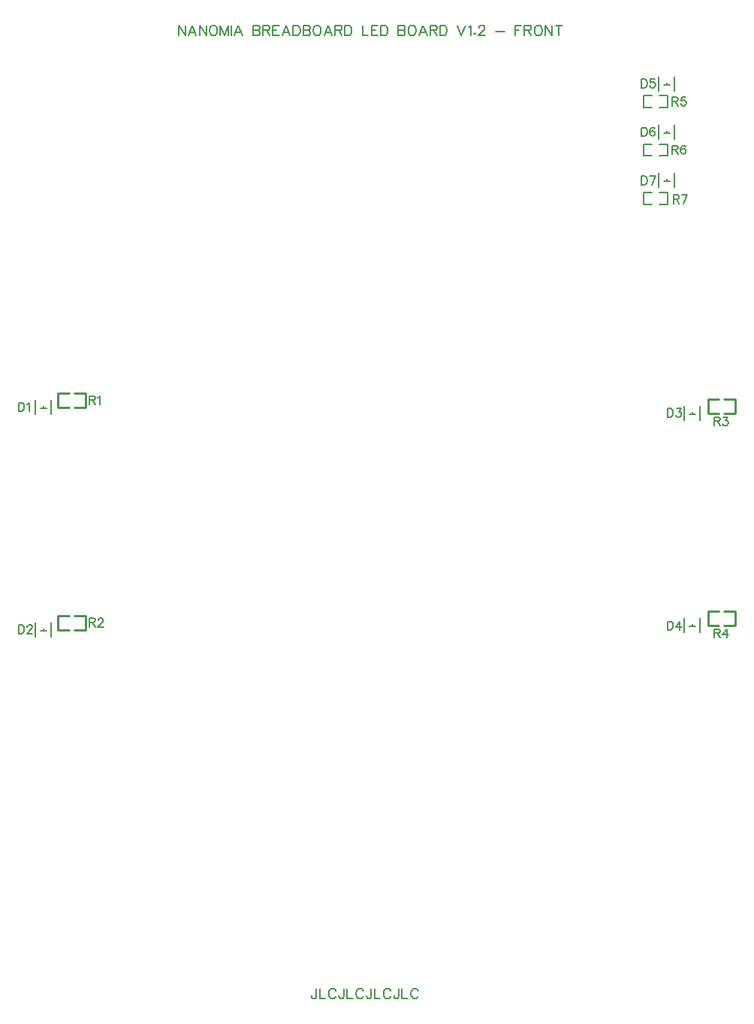
<source format=gto>
G04 Layer: TopSilkscreenLayer*
G04 EasyEDA v6.5.34, 2023-09-22 05:33:05*
G04 483193eee7e04f69b81b85979c1b7fa7,5a6b42c53f6a479593ecc07194224c93,10*
G04 Gerber Generator version 0.2*
G04 Scale: 100 percent, Rotated: No, Reflected: No *
G04 Dimensions in millimeters *
G04 leading zeros omitted , absolute positions ,4 integer and 5 decimal *
%FSLAX45Y45*%
%MOMM*%

%ADD10C,0.2032*%
%ADD11C,0.1524*%
%ADD12C,0.1520*%
%ADD13C,0.2540*%

%LPD*%
D10*
X3991609Y1035557D02*
G01*
X3991609Y948181D01*
X3986022Y931926D01*
X3980688Y926337D01*
X3969765Y921004D01*
X3958843Y921004D01*
X3947922Y926337D01*
X3942334Y931926D01*
X3937000Y948181D01*
X3937000Y959104D01*
X4027424Y1035557D02*
G01*
X4027424Y921004D01*
X4027424Y921004D02*
G01*
X4092956Y921004D01*
X4210811Y1008126D02*
G01*
X4205477Y1019047D01*
X4194556Y1029970D01*
X4183634Y1035557D01*
X4161790Y1035557D01*
X4150868Y1029970D01*
X4139945Y1019047D01*
X4134358Y1008126D01*
X4129024Y991870D01*
X4129024Y964692D01*
X4134358Y948181D01*
X4139945Y937260D01*
X4150868Y926337D01*
X4161790Y921004D01*
X4183634Y921004D01*
X4194556Y926337D01*
X4205477Y937260D01*
X4210811Y948181D01*
X4301236Y1035557D02*
G01*
X4301236Y948181D01*
X4295902Y931926D01*
X4290568Y926337D01*
X4279645Y921004D01*
X4268724Y921004D01*
X4257802Y926337D01*
X4252213Y931926D01*
X4246879Y948181D01*
X4246879Y959104D01*
X4337304Y1035557D02*
G01*
X4337304Y921004D01*
X4337304Y921004D02*
G01*
X4402836Y921004D01*
X4520691Y1008126D02*
G01*
X4515104Y1019047D01*
X4504181Y1029970D01*
X4493259Y1035557D01*
X4471670Y1035557D01*
X4460747Y1029970D01*
X4449825Y1019047D01*
X4444238Y1008126D01*
X4438904Y991870D01*
X4438904Y964692D01*
X4444238Y948181D01*
X4449825Y937260D01*
X4460747Y926337D01*
X4471670Y921004D01*
X4493259Y921004D01*
X4504181Y926337D01*
X4515104Y937260D01*
X4520691Y948181D01*
X4611115Y1035557D02*
G01*
X4611115Y948181D01*
X4605781Y931926D01*
X4600193Y926337D01*
X4589272Y921004D01*
X4578350Y921004D01*
X4567427Y926337D01*
X4562093Y931926D01*
X4556759Y948181D01*
X4556759Y959104D01*
X4647184Y1035557D02*
G01*
X4647184Y921004D01*
X4647184Y921004D02*
G01*
X4712715Y921004D01*
X4830572Y1008126D02*
G01*
X4824984Y1019047D01*
X4814061Y1029970D01*
X4803140Y1035557D01*
X4781295Y1035557D01*
X4770374Y1029970D01*
X4759452Y1019047D01*
X4754118Y1008126D01*
X4748529Y991870D01*
X4748529Y964692D01*
X4754118Y948181D01*
X4759452Y937260D01*
X4770374Y926337D01*
X4781295Y921004D01*
X4803140Y921004D01*
X4814061Y926337D01*
X4824984Y937260D01*
X4830572Y948181D01*
X4920995Y1035557D02*
G01*
X4920995Y948181D01*
X4915661Y931926D01*
X4910074Y926337D01*
X4899152Y921004D01*
X4888229Y921004D01*
X4877308Y926337D01*
X4871974Y931926D01*
X4866386Y948181D01*
X4866386Y959104D01*
X4957063Y1035557D02*
G01*
X4957063Y921004D01*
X4957063Y921004D02*
G01*
X5022341Y921004D01*
X5140197Y1008126D02*
G01*
X5134863Y1019047D01*
X5123941Y1029970D01*
X5113020Y1035557D01*
X5091175Y1035557D01*
X5080254Y1029970D01*
X5069331Y1019047D01*
X5063997Y1008126D01*
X5058409Y991870D01*
X5058409Y964692D01*
X5063997Y948181D01*
X5069331Y937260D01*
X5080254Y926337D01*
X5091175Y921004D01*
X5113020Y921004D01*
X5123941Y926337D01*
X5134863Y937260D01*
X5140197Y948181D01*
X2438400Y11881358D02*
G01*
X2438400Y11766804D01*
X2438400Y11881358D02*
G01*
X2514854Y11766804D01*
X2514854Y11881358D02*
G01*
X2514854Y11766804D01*
X2594356Y11881358D02*
G01*
X2550668Y11766804D01*
X2594356Y11881358D02*
G01*
X2638043Y11766804D01*
X2567177Y11804904D02*
G01*
X2621788Y11804904D01*
X2674111Y11881358D02*
G01*
X2674111Y11766804D01*
X2674111Y11881358D02*
G01*
X2750311Y11766804D01*
X2750311Y11881358D02*
G01*
X2750311Y11766804D01*
X2819145Y11881358D02*
G01*
X2808224Y11875770D01*
X2797302Y11864847D01*
X2791968Y11853926D01*
X2786379Y11837670D01*
X2786379Y11810492D01*
X2791968Y11793981D01*
X2797302Y11783060D01*
X2808224Y11772137D01*
X2819145Y11766804D01*
X2840990Y11766804D01*
X2851911Y11772137D01*
X2862834Y11783060D01*
X2868168Y11793981D01*
X2873756Y11810492D01*
X2873756Y11837670D01*
X2868168Y11853926D01*
X2862834Y11864847D01*
X2851911Y11875770D01*
X2840990Y11881358D01*
X2819145Y11881358D01*
X2909570Y11881358D02*
G01*
X2909570Y11766804D01*
X2909570Y11881358D02*
G01*
X2953258Y11766804D01*
X2996945Y11881358D02*
G01*
X2953258Y11766804D01*
X2996945Y11881358D02*
G01*
X2996945Y11766804D01*
X3033013Y11881358D02*
G01*
X3033013Y11766804D01*
X3112515Y11881358D02*
G01*
X3068827Y11766804D01*
X3112515Y11881358D02*
G01*
X3156204Y11766804D01*
X3085338Y11804904D02*
G01*
X3139947Y11804904D01*
X3276091Y11881358D02*
G01*
X3276091Y11766804D01*
X3276091Y11881358D02*
G01*
X3325368Y11881358D01*
X3341624Y11875770D01*
X3347211Y11870436D01*
X3352545Y11859513D01*
X3352545Y11848592D01*
X3347211Y11837670D01*
X3341624Y11832081D01*
X3325368Y11826747D01*
X3276091Y11826747D02*
G01*
X3325368Y11826747D01*
X3341624Y11821413D01*
X3347211Y11815826D01*
X3352545Y11804904D01*
X3352545Y11788647D01*
X3347211Y11777726D01*
X3341624Y11772137D01*
X3325368Y11766804D01*
X3276091Y11766804D01*
X3388613Y11881358D02*
G01*
X3388613Y11766804D01*
X3388613Y11881358D02*
G01*
X3437636Y11881358D01*
X3454145Y11875770D01*
X3459479Y11870436D01*
X3465068Y11859513D01*
X3465068Y11848592D01*
X3459479Y11837670D01*
X3454145Y11832081D01*
X3437636Y11826747D01*
X3388613Y11826747D01*
X3426713Y11826747D02*
G01*
X3465068Y11766804D01*
X3500881Y11881358D02*
G01*
X3500881Y11766804D01*
X3500881Y11881358D02*
G01*
X3571747Y11881358D01*
X3500881Y11826747D02*
G01*
X3544570Y11826747D01*
X3500881Y11766804D02*
G01*
X3571747Y11766804D01*
X3651504Y11881358D02*
G01*
X3607815Y11766804D01*
X3651504Y11881358D02*
G01*
X3695191Y11766804D01*
X3624325Y11804904D02*
G01*
X3678681Y11804904D01*
X3731006Y11881358D02*
G01*
X3731006Y11766804D01*
X3731006Y11881358D02*
G01*
X3769359Y11881358D01*
X3785615Y11875770D01*
X3796538Y11864847D01*
X3802125Y11853926D01*
X3807459Y11837670D01*
X3807459Y11810492D01*
X3802125Y11793981D01*
X3796538Y11783060D01*
X3785615Y11772137D01*
X3769359Y11766804D01*
X3731006Y11766804D01*
X3843527Y11881358D02*
G01*
X3843527Y11766804D01*
X3843527Y11881358D02*
G01*
X3892550Y11881358D01*
X3909059Y11875770D01*
X3914393Y11870436D01*
X3919727Y11859513D01*
X3919727Y11848592D01*
X3914393Y11837670D01*
X3909059Y11832081D01*
X3892550Y11826747D01*
X3843527Y11826747D02*
G01*
X3892550Y11826747D01*
X3909059Y11821413D01*
X3914393Y11815826D01*
X3919727Y11804904D01*
X3919727Y11788647D01*
X3914393Y11777726D01*
X3909059Y11772137D01*
X3892550Y11766804D01*
X3843527Y11766804D01*
X3988561Y11881358D02*
G01*
X3977640Y11875770D01*
X3966718Y11864847D01*
X3961384Y11853926D01*
X3955795Y11837670D01*
X3955795Y11810492D01*
X3961384Y11793981D01*
X3966718Y11783060D01*
X3977640Y11772137D01*
X3988561Y11766804D01*
X4010406Y11766804D01*
X4021327Y11772137D01*
X4032250Y11783060D01*
X4037584Y11793981D01*
X4043172Y11810492D01*
X4043172Y11837670D01*
X4037584Y11853926D01*
X4032250Y11864847D01*
X4021327Y11875770D01*
X4010406Y11881358D01*
X3988561Y11881358D01*
X4122674Y11881358D02*
G01*
X4079240Y11766804D01*
X4122674Y11881358D02*
G01*
X4166361Y11766804D01*
X4095495Y11804904D02*
G01*
X4150106Y11804904D01*
X4202429Y11881358D02*
G01*
X4202429Y11766804D01*
X4202429Y11881358D02*
G01*
X4251452Y11881358D01*
X4267961Y11875770D01*
X4273295Y11870436D01*
X4278884Y11859513D01*
X4278884Y11848592D01*
X4273295Y11837670D01*
X4267961Y11832081D01*
X4251452Y11826747D01*
X4202429Y11826747D01*
X4240529Y11826747D02*
G01*
X4278884Y11766804D01*
X4314697Y11881358D02*
G01*
X4314697Y11766804D01*
X4314697Y11881358D02*
G01*
X4353052Y11881358D01*
X4369308Y11875770D01*
X4380229Y11864847D01*
X4385563Y11853926D01*
X4391152Y11837670D01*
X4391152Y11810492D01*
X4385563Y11793981D01*
X4380229Y11783060D01*
X4369308Y11772137D01*
X4353052Y11766804D01*
X4314697Y11766804D01*
X4511040Y11881358D02*
G01*
X4511040Y11766804D01*
X4511040Y11766804D02*
G01*
X4576572Y11766804D01*
X4612640Y11881358D02*
G01*
X4612640Y11766804D01*
X4612640Y11881358D02*
G01*
X4683506Y11881358D01*
X4612640Y11826747D02*
G01*
X4656327Y11826747D01*
X4612640Y11766804D02*
G01*
X4683506Y11766804D01*
X4719574Y11881358D02*
G01*
X4719574Y11766804D01*
X4719574Y11881358D02*
G01*
X4757674Y11881358D01*
X4773929Y11875770D01*
X4784852Y11864847D01*
X4790440Y11853926D01*
X4795774Y11837670D01*
X4795774Y11810492D01*
X4790440Y11793981D01*
X4784852Y11783060D01*
X4773929Y11772137D01*
X4757674Y11766804D01*
X4719574Y11766804D01*
X4915915Y11881358D02*
G01*
X4915915Y11766804D01*
X4915915Y11881358D02*
G01*
X4964938Y11881358D01*
X4981193Y11875770D01*
X4986781Y11870436D01*
X4992115Y11859513D01*
X4992115Y11848592D01*
X4986781Y11837670D01*
X4981193Y11832081D01*
X4964938Y11826747D01*
X4915915Y11826747D02*
G01*
X4964938Y11826747D01*
X4981193Y11821413D01*
X4986781Y11815826D01*
X4992115Y11804904D01*
X4992115Y11788647D01*
X4986781Y11777726D01*
X4981193Y11772137D01*
X4964938Y11766804D01*
X4915915Y11766804D01*
X5060950Y11881358D02*
G01*
X5050027Y11875770D01*
X5039106Y11864847D01*
X5033772Y11853926D01*
X5028184Y11837670D01*
X5028184Y11810492D01*
X5033772Y11793981D01*
X5039106Y11783060D01*
X5050027Y11772137D01*
X5060950Y11766804D01*
X5082793Y11766804D01*
X5093715Y11772137D01*
X5104638Y11783060D01*
X5109972Y11793981D01*
X5115559Y11810492D01*
X5115559Y11837670D01*
X5109972Y11853926D01*
X5104638Y11864847D01*
X5093715Y11875770D01*
X5082793Y11881358D01*
X5060950Y11881358D01*
X5195061Y11881358D02*
G01*
X5151374Y11766804D01*
X5195061Y11881358D02*
G01*
X5238750Y11766804D01*
X5167884Y11804904D02*
G01*
X5222493Y11804904D01*
X5274818Y11881358D02*
G01*
X5274818Y11766804D01*
X5274818Y11881358D02*
G01*
X5323840Y11881358D01*
X5340095Y11875770D01*
X5345684Y11870436D01*
X5351018Y11859513D01*
X5351018Y11848592D01*
X5345684Y11837670D01*
X5340095Y11832081D01*
X5323840Y11826747D01*
X5274818Y11826747D01*
X5312918Y11826747D02*
G01*
X5351018Y11766804D01*
X5387086Y11881358D02*
G01*
X5387086Y11766804D01*
X5387086Y11881358D02*
G01*
X5425186Y11881358D01*
X5441695Y11875770D01*
X5452618Y11864847D01*
X5457952Y11853926D01*
X5463540Y11837670D01*
X5463540Y11810492D01*
X5457952Y11793981D01*
X5452618Y11783060D01*
X5441695Y11772137D01*
X5425186Y11766804D01*
X5387086Y11766804D01*
X5583427Y11881358D02*
G01*
X5627115Y11766804D01*
X5670804Y11881358D02*
G01*
X5627115Y11766804D01*
X5706872Y11859513D02*
G01*
X5717540Y11864847D01*
X5734050Y11881358D01*
X5734050Y11766804D01*
X5775452Y11793981D02*
G01*
X5770118Y11788647D01*
X5775452Y11783060D01*
X5781040Y11788647D01*
X5775452Y11793981D01*
X5822441Y11853926D02*
G01*
X5822441Y11859513D01*
X5827775Y11870436D01*
X5833363Y11875770D01*
X5844286Y11881358D01*
X5866129Y11881358D01*
X5877052Y11875770D01*
X5882386Y11870436D01*
X5887974Y11859513D01*
X5887974Y11848592D01*
X5882386Y11837670D01*
X5871463Y11821413D01*
X5816854Y11766804D01*
X5893308Y11766804D01*
X6013195Y11815826D02*
G01*
X6111493Y11815826D01*
X6231381Y11881358D02*
G01*
X6231381Y11766804D01*
X6231381Y11881358D02*
G01*
X6302502Y11881358D01*
X6231381Y11826747D02*
G01*
X6275070Y11826747D01*
X6338315Y11881358D02*
G01*
X6338315Y11766804D01*
X6338315Y11881358D02*
G01*
X6387591Y11881358D01*
X6403847Y11875770D01*
X6409181Y11870436D01*
X6414770Y11859513D01*
X6414770Y11848592D01*
X6409181Y11837670D01*
X6403847Y11832081D01*
X6387591Y11826747D01*
X6338315Y11826747D01*
X6376670Y11826747D02*
G01*
X6414770Y11766804D01*
X6483604Y11881358D02*
G01*
X6472681Y11875770D01*
X6461759Y11864847D01*
X6456172Y11853926D01*
X6450838Y11837670D01*
X6450838Y11810492D01*
X6456172Y11793981D01*
X6461759Y11783060D01*
X6472681Y11772137D01*
X6483604Y11766804D01*
X6505193Y11766804D01*
X6516115Y11772137D01*
X6527038Y11783060D01*
X6532625Y11793981D01*
X6537959Y11810492D01*
X6537959Y11837670D01*
X6532625Y11853926D01*
X6527038Y11864847D01*
X6516115Y11875770D01*
X6505193Y11881358D01*
X6483604Y11881358D01*
X6574027Y11881358D02*
G01*
X6574027Y11766804D01*
X6574027Y11881358D02*
G01*
X6650481Y11766804D01*
X6650481Y11881358D02*
G01*
X6650481Y11766804D01*
X6724650Y11881358D02*
G01*
X6724650Y11766804D01*
X6686295Y11881358D02*
G01*
X6762750Y11881358D01*
D11*
X7658100Y11276837D02*
G01*
X7658100Y11181334D01*
X7658100Y11276837D02*
G01*
X7689850Y11276837D01*
X7703565Y11272265D01*
X7712709Y11263376D01*
X7717281Y11254231D01*
X7721854Y11240515D01*
X7721854Y11217910D01*
X7717281Y11204194D01*
X7712709Y11195050D01*
X7703565Y11185905D01*
X7689850Y11181334D01*
X7658100Y11181334D01*
X7806181Y11276837D02*
G01*
X7760715Y11276837D01*
X7756397Y11235944D01*
X7760715Y11240515D01*
X7774431Y11245087D01*
X7788147Y11245087D01*
X7801609Y11240515D01*
X7810754Y11231371D01*
X7815325Y11217910D01*
X7815325Y11208765D01*
X7810754Y11195050D01*
X7801609Y11185905D01*
X7788147Y11181334D01*
X7774431Y11181334D01*
X7760715Y11185905D01*
X7756397Y11190478D01*
X7751825Y11199621D01*
X7658100Y10730915D02*
G01*
X7658100Y10635411D01*
X7658100Y10730915D02*
G01*
X7689850Y10730915D01*
X7703565Y10726343D01*
X7712709Y10717199D01*
X7717281Y10708055D01*
X7721854Y10694339D01*
X7721854Y10671733D01*
X7717281Y10658017D01*
X7712709Y10648873D01*
X7703565Y10639983D01*
X7689850Y10635411D01*
X7658100Y10635411D01*
X7806181Y10717199D02*
G01*
X7801609Y10726343D01*
X7788147Y10730915D01*
X7779004Y10730915D01*
X7765288Y10726343D01*
X7756397Y10712627D01*
X7751825Y10690021D01*
X7751825Y10667161D01*
X7756397Y10648873D01*
X7765288Y10639983D01*
X7779004Y10635411D01*
X7783575Y10635411D01*
X7797291Y10639983D01*
X7806181Y10648873D01*
X7810754Y10662589D01*
X7810754Y10667161D01*
X7806181Y10680877D01*
X7797291Y10690021D01*
X7783575Y10694339D01*
X7779004Y10694339D01*
X7765288Y10690021D01*
X7756397Y10680877D01*
X7751825Y10667161D01*
X7658100Y10184739D02*
G01*
X7658100Y10089235D01*
X7658100Y10184739D02*
G01*
X7689850Y10184739D01*
X7703565Y10180167D01*
X7712709Y10171023D01*
X7717281Y10161879D01*
X7721854Y10148417D01*
X7721854Y10125557D01*
X7717281Y10112095D01*
X7712709Y10102951D01*
X7703565Y10093807D01*
X7689850Y10089235D01*
X7658100Y10089235D01*
X7815325Y10184739D02*
G01*
X7769859Y10089235D01*
X7751825Y10184739D02*
G01*
X7815325Y10184739D01*
X1435100Y7708137D02*
G01*
X1435100Y7612634D01*
X1435100Y7708137D02*
G01*
X1475994Y7708137D01*
X1489710Y7703565D01*
X1494281Y7698994D01*
X1498854Y7690104D01*
X1498854Y7680960D01*
X1494281Y7671815D01*
X1489710Y7667244D01*
X1475994Y7662671D01*
X1435100Y7662671D01*
X1466850Y7662671D02*
G01*
X1498854Y7612634D01*
X1528826Y7690104D02*
G01*
X1537715Y7694676D01*
X1551431Y7708137D01*
X1551431Y7612634D01*
X635000Y7631937D02*
G01*
X635000Y7536434D01*
X635000Y7631937D02*
G01*
X666750Y7631937D01*
X680465Y7627365D01*
X689610Y7618476D01*
X694181Y7609331D01*
X698754Y7595615D01*
X698754Y7573010D01*
X694181Y7559294D01*
X689610Y7550150D01*
X680465Y7541005D01*
X666750Y7536434D01*
X635000Y7536434D01*
X728726Y7613904D02*
G01*
X737615Y7618476D01*
X751331Y7631937D01*
X751331Y7536434D01*
X635000Y5130037D02*
G01*
X635000Y5034534D01*
X635000Y5130037D02*
G01*
X666750Y5130037D01*
X680465Y5125465D01*
X689610Y5116576D01*
X694181Y5107431D01*
X698754Y5093715D01*
X698754Y5071110D01*
X694181Y5057394D01*
X689610Y5048250D01*
X680465Y5039105D01*
X666750Y5034534D01*
X635000Y5034534D01*
X733297Y5107431D02*
G01*
X733297Y5112004D01*
X737615Y5120894D01*
X742187Y5125465D01*
X751331Y5130037D01*
X769620Y5130037D01*
X778510Y5125465D01*
X783081Y5120894D01*
X787654Y5112004D01*
X787654Y5102860D01*
X783081Y5093715D01*
X774192Y5080000D01*
X728726Y5034534D01*
X792226Y5034534D01*
X1435100Y5206237D02*
G01*
X1435100Y5110734D01*
X1435100Y5206237D02*
G01*
X1475994Y5206237D01*
X1489710Y5201665D01*
X1494281Y5197094D01*
X1498854Y5188204D01*
X1498854Y5179060D01*
X1494281Y5169915D01*
X1489710Y5165344D01*
X1475994Y5160771D01*
X1435100Y5160771D01*
X1466850Y5160771D02*
G01*
X1498854Y5110734D01*
X1533397Y5183631D02*
G01*
X1533397Y5188204D01*
X1537715Y5197094D01*
X1542287Y5201665D01*
X1551431Y5206237D01*
X1569720Y5206237D01*
X1578610Y5201665D01*
X1583181Y5197094D01*
X1587754Y5188204D01*
X1587754Y5179060D01*
X1583181Y5169915D01*
X1574292Y5156200D01*
X1528826Y5110734D01*
X1592326Y5110734D01*
X8479205Y5082946D02*
G01*
X8479205Y4987442D01*
X8479205Y5082946D02*
G01*
X8520099Y5082946D01*
X8533815Y5078374D01*
X8538387Y5073802D01*
X8542959Y5064912D01*
X8542959Y5055768D01*
X8538387Y5046624D01*
X8533815Y5042052D01*
X8520099Y5037480D01*
X8479205Y5037480D01*
X8510955Y5037480D02*
G01*
X8542959Y4987442D01*
X8618397Y5082946D02*
G01*
X8572931Y5019446D01*
X8641003Y5019446D01*
X8618397Y5082946D02*
G01*
X8618397Y4987442D01*
X7950200Y5168137D02*
G01*
X7950200Y5072634D01*
X7950200Y5168137D02*
G01*
X7981950Y5168137D01*
X7995665Y5163565D01*
X8004809Y5154676D01*
X8009381Y5145531D01*
X8013954Y5131815D01*
X8013954Y5109210D01*
X8009381Y5095494D01*
X8004809Y5086350D01*
X7995665Y5077205D01*
X7981950Y5072634D01*
X7950200Y5072634D01*
X8089391Y5168137D02*
G01*
X8043925Y5104637D01*
X8111997Y5104637D01*
X8089391Y5168137D02*
G01*
X8089391Y5072634D01*
X7950200Y7568437D02*
G01*
X7950200Y7472934D01*
X7950200Y7568437D02*
G01*
X7981950Y7568437D01*
X7995665Y7563865D01*
X8004809Y7554976D01*
X8009381Y7545831D01*
X8013954Y7532115D01*
X8013954Y7509510D01*
X8009381Y7495794D01*
X8004809Y7486650D01*
X7995665Y7477505D01*
X7981950Y7472934D01*
X7950200Y7472934D01*
X8052815Y7568437D02*
G01*
X8102854Y7568437D01*
X8075675Y7532115D01*
X8089391Y7532115D01*
X8098281Y7527544D01*
X8102854Y7522971D01*
X8107425Y7509510D01*
X8107425Y7500365D01*
X8102854Y7486650D01*
X8093709Y7477505D01*
X8080247Y7472934D01*
X8066531Y7472934D01*
X8052815Y7477505D01*
X8048497Y7482078D01*
X8043925Y7491221D01*
X8479281Y7470647D02*
G01*
X8479281Y7375144D01*
X8479281Y7470647D02*
G01*
X8520175Y7470647D01*
X8533638Y7466076D01*
X8538209Y7461504D01*
X8542781Y7452360D01*
X8542781Y7443470D01*
X8538209Y7434326D01*
X8533638Y7429754D01*
X8520175Y7425181D01*
X8479281Y7425181D01*
X8511031Y7425181D02*
G01*
X8542781Y7375144D01*
X8581897Y7470647D02*
G01*
X8631936Y7470647D01*
X8604758Y7434326D01*
X8618220Y7434326D01*
X8627363Y7429754D01*
X8631936Y7425181D01*
X8636508Y7411465D01*
X8636508Y7402321D01*
X8631936Y7388860D01*
X8622791Y7379715D01*
X8609329Y7375144D01*
X8595613Y7375144D01*
X8581897Y7379715D01*
X8577325Y7384287D01*
X8572754Y7393431D01*
X8005800Y11073637D02*
G01*
X8005800Y10978134D01*
X8005800Y11073637D02*
G01*
X8046694Y11073637D01*
X8060410Y11069065D01*
X8064982Y11064494D01*
X8069554Y11055604D01*
X8069554Y11046460D01*
X8064982Y11037315D01*
X8060410Y11032744D01*
X8046694Y11028171D01*
X8005800Y11028171D01*
X8037550Y11028171D02*
G01*
X8069554Y10978134D01*
X8153882Y11073637D02*
G01*
X8108416Y11073637D01*
X8104098Y11032744D01*
X8108416Y11037315D01*
X8122132Y11041887D01*
X8135848Y11041887D01*
X8149310Y11037315D01*
X8158454Y11028171D01*
X8163026Y11014710D01*
X8163026Y11005565D01*
X8158454Y10991850D01*
X8149310Y10982705D01*
X8135848Y10978134D01*
X8122132Y10978134D01*
X8108416Y10982705D01*
X8104098Y10987278D01*
X8099526Y10996421D01*
X8018500Y9971938D02*
G01*
X8018500Y9876434D01*
X8018500Y9971938D02*
G01*
X8059394Y9971938D01*
X8073110Y9967366D01*
X8077682Y9962794D01*
X8082254Y9953904D01*
X8082254Y9944760D01*
X8077682Y9935616D01*
X8073110Y9931044D01*
X8059394Y9926472D01*
X8018500Y9926472D01*
X8050250Y9926472D02*
G01*
X8082254Y9876434D01*
X8175726Y9971938D02*
G01*
X8130260Y9876434D01*
X8112226Y9971938D02*
G01*
X8175726Y9971938D01*
X8005800Y10529138D02*
G01*
X8005800Y10433634D01*
X8005800Y10529138D02*
G01*
X8046694Y10529138D01*
X8060410Y10524566D01*
X8064982Y10519994D01*
X8069554Y10511104D01*
X8069554Y10501960D01*
X8064982Y10492816D01*
X8060410Y10488244D01*
X8046694Y10483672D01*
X8005800Y10483672D01*
X8037550Y10483672D02*
G01*
X8069554Y10433634D01*
X8153882Y10515676D02*
G01*
X8149310Y10524566D01*
X8135848Y10529138D01*
X8126704Y10529138D01*
X8112988Y10524566D01*
X8104098Y10511104D01*
X8099526Y10488244D01*
X8099526Y10465638D01*
X8104098Y10447350D01*
X8112988Y10438206D01*
X8126704Y10433634D01*
X8131276Y10433634D01*
X8144992Y10438206D01*
X8153882Y10447350D01*
X8158454Y10461066D01*
X8158454Y10465638D01*
X8153882Y10479100D01*
X8144992Y10488244D01*
X8131276Y10492816D01*
X8126704Y10492816D01*
X8112988Y10488244D01*
X8104098Y10479100D01*
X8099526Y10465638D01*
D12*
X7853400Y11146797D02*
G01*
X7853400Y11306802D01*
X8031200Y11306802D02*
G01*
X8031200Y11146797D01*
X7942300Y11239500D02*
G01*
X7942300Y11214100D01*
X7974050Y11214100D02*
G01*
X7910550Y11214100D01*
X7853400Y10602297D02*
G01*
X7853400Y10762302D01*
X8031200Y10762302D02*
G01*
X8031200Y10602297D01*
X7942300Y10695000D02*
G01*
X7942300Y10669600D01*
X7974050Y10669600D02*
G01*
X7910550Y10669600D01*
X7853400Y10057798D02*
G01*
X7853400Y10217802D01*
X8031200Y10217802D02*
G01*
X8031200Y10057798D01*
X7942300Y10150500D02*
G01*
X7942300Y10125100D01*
X7974050Y10125100D02*
G01*
X7910550Y10125100D01*
D13*
X1386961Y7738612D02*
G01*
X1386961Y7578608D01*
X1076904Y7738102D02*
G01*
X1076904Y7578097D01*
X1261965Y7578608D02*
G01*
X1386961Y7578608D01*
X1261965Y7738612D02*
G01*
X1386961Y7738612D01*
X1201907Y7578097D02*
G01*
X1076904Y7578097D01*
X1201907Y7738102D02*
G01*
X1076904Y7738102D01*
D12*
X825500Y7501897D02*
G01*
X825500Y7661902D01*
X1003300Y7661902D02*
G01*
X1003300Y7501897D01*
X914400Y7594600D02*
G01*
X914400Y7569200D01*
X946150Y7569200D02*
G01*
X882650Y7569200D01*
X825500Y4999997D02*
G01*
X825500Y5160002D01*
X1003300Y5160002D02*
G01*
X1003300Y4999997D01*
X914400Y5092700D02*
G01*
X914400Y5067300D01*
X946150Y5067300D02*
G01*
X882650Y5067300D01*
D13*
X1386961Y5236712D02*
G01*
X1386961Y5076708D01*
X1076904Y5236202D02*
G01*
X1076904Y5076197D01*
X1261965Y5076708D02*
G01*
X1386961Y5076708D01*
X1261965Y5236712D02*
G01*
X1386961Y5236712D01*
X1201907Y5076197D02*
G01*
X1076904Y5076197D01*
X1201907Y5236202D02*
G01*
X1076904Y5236202D01*
X8714861Y5287512D02*
G01*
X8714861Y5127508D01*
X8404804Y5287002D02*
G01*
X8404804Y5126997D01*
X8589865Y5127508D02*
G01*
X8714861Y5127508D01*
X8589865Y5287512D02*
G01*
X8714861Y5287512D01*
X8529807Y5126997D02*
G01*
X8404804Y5126997D01*
X8529807Y5287002D02*
G01*
X8404804Y5287002D01*
D12*
X8140700Y5050797D02*
G01*
X8140700Y5210802D01*
X8318500Y5210802D02*
G01*
X8318500Y5050797D01*
X8229600Y5143500D02*
G01*
X8229600Y5118100D01*
X8261350Y5118100D02*
G01*
X8197850Y5118100D01*
X8140700Y7438397D02*
G01*
X8140700Y7598402D01*
X8318500Y7598402D02*
G01*
X8318500Y7438397D01*
X8229600Y7531100D02*
G01*
X8229600Y7505700D01*
X8261350Y7505700D02*
G01*
X8197850Y7505700D01*
D13*
X8714861Y7675112D02*
G01*
X8714861Y7515108D01*
X8404804Y7674602D02*
G01*
X8404804Y7514597D01*
X8589865Y7515108D02*
G01*
X8714861Y7515108D01*
X8589865Y7675112D02*
G01*
X8714861Y7675112D01*
X8529807Y7514597D02*
G01*
X8404804Y7514597D01*
X8529807Y7674602D02*
G01*
X8404804Y7674602D01*
D11*
X7772679Y11089660D02*
G01*
X7676791Y11089660D01*
X7676791Y10957539D01*
X7772679Y10957539D01*
X7857921Y11089660D02*
G01*
X7953809Y11089660D01*
X7953809Y10957539D01*
X7857921Y10957539D01*
X7772679Y9997460D02*
G01*
X7676791Y9997460D01*
X7676791Y9865339D01*
X7772679Y9865339D01*
X7857921Y9997460D02*
G01*
X7953809Y9997460D01*
X7953809Y9865339D01*
X7857921Y9865339D01*
X7772679Y10543560D02*
G01*
X7676791Y10543560D01*
X7676791Y10411439D01*
X7772679Y10411439D01*
X7857921Y10543560D02*
G01*
X7953809Y10543560D01*
X7953809Y10411439D01*
X7857921Y10411439D01*
M02*

</source>
